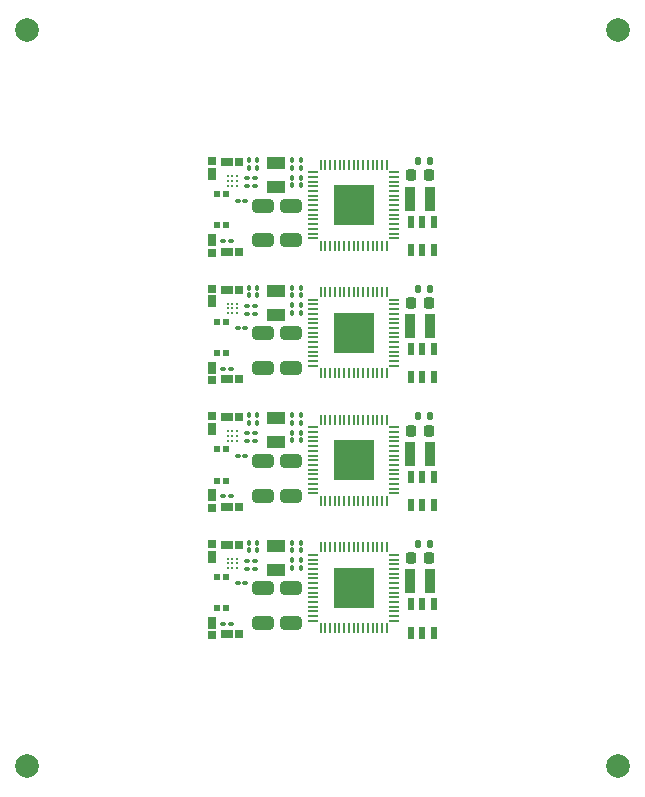
<source format=gts>
G04 #@! TF.GenerationSoftware,KiCad,Pcbnew,9.0.0*
G04 #@! TF.CreationDate,2025-03-07T21:29:55-05:00*
G04 #@! TF.ProjectId,rp2350-decoder,72703233-3530-42d6-9465-636f6465722e,v0.0.3*
G04 #@! TF.SameCoordinates,Original*
G04 #@! TF.FileFunction,Soldermask,Top*
G04 #@! TF.FilePolarity,Negative*
%FSLAX46Y46*%
G04 Gerber Fmt 4.6, Leading zero omitted, Abs format (unit mm)*
G04 Created by KiCad (PCBNEW 9.0.0) date 2025-03-07 21:29:55*
%MOMM*%
%LPD*%
G01*
G04 APERTURE LIST*
G04 Aperture macros list*
%AMRoundRect*
0 Rectangle with rounded corners*
0 $1 Rounding radius*
0 $2 $3 $4 $5 $6 $7 $8 $9 X,Y pos of 4 corners*
0 Add a 4 corners polygon primitive as box body*
4,1,4,$2,$3,$4,$5,$6,$7,$8,$9,$2,$3,0*
0 Add four circle primitives for the rounded corners*
1,1,$1+$1,$2,$3*
1,1,$1+$1,$4,$5*
1,1,$1+$1,$6,$7*
1,1,$1+$1,$8,$9*
0 Add four rect primitives between the rounded corners*
20,1,$1+$1,$2,$3,$4,$5,0*
20,1,$1+$1,$4,$5,$6,$7,0*
20,1,$1+$1,$6,$7,$8,$9,0*
20,1,$1+$1,$8,$9,$2,$3,0*%
G04 Aperture macros list end*
%ADD10R,1.600000X1.000000*%
%ADD11R,0.550000X0.550000*%
%ADD12R,0.800000X1.050000*%
%ADD13R,0.800000X0.650000*%
%ADD14RoundRect,0.100000X-0.100000X0.130000X-0.100000X-0.130000X0.100000X-0.130000X0.100000X0.130000X0*%
%ADD15R,0.950000X2.100000*%
%ADD16C,0.230000*%
%ADD17R,1.050000X0.800000*%
%ADD18R,0.650000X0.800000*%
%ADD19RoundRect,0.100000X0.100000X-0.130000X0.100000X0.130000X-0.100000X0.130000X-0.100000X-0.130000X0*%
%ADD20RoundRect,0.147500X0.147500X0.172500X-0.147500X0.172500X-0.147500X-0.172500X0.147500X-0.172500X0*%
%ADD21RoundRect,0.100000X-0.130000X-0.100000X0.130000X-0.100000X0.130000X0.100000X-0.130000X0.100000X0*%
%ADD22RoundRect,0.250000X-0.650000X0.325000X-0.650000X-0.325000X0.650000X-0.325000X0.650000X0.325000X0*%
%ADD23RoundRect,0.250000X0.650000X-0.325000X0.650000X0.325000X-0.650000X0.325000X-0.650000X-0.325000X0*%
%ADD24RoundRect,0.225000X-0.225000X-0.250000X0.225000X-0.250000X0.225000X0.250000X-0.225000X0.250000X0*%
%ADD25R,0.200000X0.880000*%
%ADD26R,0.880000X0.200000*%
%ADD27R,3.400000X3.400000*%
%ADD28R,0.550000X1.100000*%
%ADD29C,2.000000*%
G04 APERTURE END LIST*
D10*
G04 #@! TO.C,L2*
X31060000Y-15110000D03*
X31060000Y-17110000D03*
G04 #@! TD*
D11*
G04 #@! TO.C,SW1*
X26050000Y-20370000D03*
X26810000Y-20370000D03*
X26050000Y-17730000D03*
X26810000Y-17730000D03*
G04 #@! TD*
D12*
G04 #@! TO.C,D4*
X25660000Y-21600000D03*
D13*
X25660000Y-22660000D03*
G04 #@! TD*
D14*
G04 #@! TO.C,C14*
X32460000Y-47240000D03*
X32460000Y-47880000D03*
G04 #@! TD*
D15*
G04 #@! TO.C,L1*
X44107500Y-39710000D03*
X42432500Y-39710000D03*
G04 #@! TD*
D16*
G04 #@! TO.C,U5*
X26968733Y-16187200D03*
X27368733Y-16187200D03*
X27768733Y-16187200D03*
X26968733Y-16587200D03*
X27368733Y-16587200D03*
X27768733Y-16587200D03*
X26968733Y-16987200D03*
X27368733Y-16987200D03*
X27768733Y-16987200D03*
G04 #@! TD*
D17*
G04 #@! TO.C,D2*
X26880000Y-22590000D03*
D18*
X27940000Y-22590000D03*
G04 #@! TD*
D19*
G04 #@! TO.C,C19*
X29460000Y-26280000D03*
X29460000Y-25640000D03*
G04 #@! TD*
D12*
G04 #@! TO.C,D4*
X25660000Y-43200000D03*
D13*
X25660000Y-44260000D03*
G04 #@! TD*
D20*
G04 #@! TO.C,D7*
X44095000Y-14930000D03*
X43125000Y-14930000D03*
G04 #@! TD*
D10*
G04 #@! TO.C,L2*
X31060000Y-47510000D03*
X31060000Y-49510000D03*
G04 #@! TD*
D20*
G04 #@! TO.C,D7*
X44095000Y-36530000D03*
X43125000Y-36530000D03*
G04 #@! TD*
D11*
G04 #@! TO.C,SW1*
X26050000Y-52770000D03*
X26810000Y-52770000D03*
X26050000Y-50130000D03*
X26810000Y-50130000D03*
G04 #@! TD*
D21*
G04 #@! TO.C,R10*
X28620000Y-17050000D03*
X29260000Y-17050000D03*
G04 #@! TD*
D11*
G04 #@! TO.C,SW1*
X26050000Y-31170000D03*
X26810000Y-31170000D03*
X26050000Y-28530000D03*
X26810000Y-28530000D03*
G04 #@! TD*
D22*
G04 #@! TO.C,C8*
X29960000Y-18685000D03*
X29960000Y-21635000D03*
G04 #@! TD*
D23*
G04 #@! TO.C,C17*
X32340000Y-32435000D03*
X32340000Y-29485000D03*
G04 #@! TD*
G04 #@! TO.C,C17*
X32340000Y-21635000D03*
X32340000Y-18685000D03*
G04 #@! TD*
D10*
G04 #@! TO.C,L2*
X31060000Y-25910000D03*
X31060000Y-27910000D03*
G04 #@! TD*
D21*
G04 #@! TO.C,R9*
X28620000Y-37950000D03*
X29260000Y-37950000D03*
G04 #@! TD*
D24*
G04 #@! TO.C,C7*
X42475000Y-26930000D03*
X44025000Y-26930000D03*
G04 #@! TD*
D22*
G04 #@! TO.C,C8*
X29960000Y-29485000D03*
X29960000Y-32435000D03*
G04 #@! TD*
D19*
G04 #@! TO.C,C18*
X28760000Y-47880000D03*
X28760000Y-47240000D03*
G04 #@! TD*
G04 #@! TO.C,R14*
X33166559Y-15480022D03*
X33166559Y-14840022D03*
G04 #@! TD*
D15*
G04 #@! TO.C,L1*
X44107500Y-18110000D03*
X42432500Y-18110000D03*
G04 #@! TD*
D14*
G04 #@! TO.C,C10*
X33160000Y-27130000D03*
X33160000Y-27770000D03*
G04 #@! TD*
D25*
G04 #@! TO.C,U4*
X34840000Y-22090000D03*
X35240000Y-22090000D03*
X35640000Y-22090000D03*
X36040000Y-22090000D03*
X36440000Y-22090000D03*
X36840000Y-22090000D03*
X37240000Y-22090000D03*
X37640000Y-22090000D03*
X38040000Y-22090000D03*
X38440000Y-22090000D03*
X38840000Y-22090000D03*
X39240000Y-22090000D03*
X39640000Y-22090000D03*
X40040000Y-22090000D03*
X40440000Y-22090000D03*
D26*
X41080000Y-21450000D03*
X41080000Y-21050000D03*
X41080000Y-20650000D03*
X41080000Y-20250000D03*
X41080000Y-19850000D03*
X41080000Y-19450000D03*
X41080000Y-19050000D03*
X41080000Y-18650000D03*
X41080000Y-18250000D03*
X41080000Y-17850000D03*
X41080000Y-17450000D03*
X41080000Y-17050000D03*
X41080000Y-16650000D03*
X41080000Y-16250000D03*
X41080000Y-15850000D03*
D25*
X40440000Y-15210000D03*
X40050000Y-15210000D03*
X39650000Y-15210000D03*
X39250000Y-15210000D03*
X38850000Y-15210000D03*
X38450000Y-15210000D03*
X38050000Y-15210000D03*
X37650000Y-15210000D03*
X37250000Y-15210000D03*
X36850000Y-15210000D03*
X36450000Y-15210000D03*
X36050000Y-15210000D03*
X35650000Y-15210000D03*
X35250000Y-15210000D03*
X34850000Y-15210000D03*
D26*
X34200000Y-15850000D03*
X34200000Y-16250000D03*
X34200000Y-16650000D03*
X34200000Y-17050000D03*
X34200000Y-17450000D03*
X34200000Y-17850000D03*
X34200000Y-18250000D03*
X34200000Y-18650000D03*
X34200000Y-19050000D03*
X34200000Y-19450000D03*
X34200000Y-19850000D03*
X34200000Y-20250000D03*
X34200000Y-20650000D03*
X34200000Y-21050000D03*
X34200000Y-21450000D03*
D27*
X37640000Y-18650000D03*
G04 #@! TD*
D25*
G04 #@! TO.C,U4*
X34840000Y-43690000D03*
X35240000Y-43690000D03*
X35640000Y-43690000D03*
X36040000Y-43690000D03*
X36440000Y-43690000D03*
X36840000Y-43690000D03*
X37240000Y-43690000D03*
X37640000Y-43690000D03*
X38040000Y-43690000D03*
X38440000Y-43690000D03*
X38840000Y-43690000D03*
X39240000Y-43690000D03*
X39640000Y-43690000D03*
X40040000Y-43690000D03*
X40440000Y-43690000D03*
D26*
X41080000Y-43050000D03*
X41080000Y-42650000D03*
X41080000Y-42250000D03*
X41080000Y-41850000D03*
X41080000Y-41450000D03*
X41080000Y-41050000D03*
X41080000Y-40650000D03*
X41080000Y-40250000D03*
X41080000Y-39850000D03*
X41080000Y-39450000D03*
X41080000Y-39050000D03*
X41080000Y-38650000D03*
X41080000Y-38250000D03*
X41080000Y-37850000D03*
X41080000Y-37450000D03*
D25*
X40440000Y-36810000D03*
X40050000Y-36810000D03*
X39650000Y-36810000D03*
X39250000Y-36810000D03*
X38850000Y-36810000D03*
X38450000Y-36810000D03*
X38050000Y-36810000D03*
X37650000Y-36810000D03*
X37250000Y-36810000D03*
X36850000Y-36810000D03*
X36450000Y-36810000D03*
X36050000Y-36810000D03*
X35650000Y-36810000D03*
X35250000Y-36810000D03*
X34850000Y-36810000D03*
D26*
X34200000Y-37450000D03*
X34200000Y-37850000D03*
X34200000Y-38250000D03*
X34200000Y-38650000D03*
X34200000Y-39050000D03*
X34200000Y-39450000D03*
X34200000Y-39850000D03*
X34200000Y-40250000D03*
X34200000Y-40650000D03*
X34200000Y-41050000D03*
X34200000Y-41450000D03*
X34200000Y-41850000D03*
X34200000Y-42250000D03*
X34200000Y-42650000D03*
X34200000Y-43050000D03*
D27*
X37640000Y-40250000D03*
G04 #@! TD*
D12*
G04 #@! TO.C,D4*
X25660000Y-32400000D03*
D13*
X25660000Y-33460000D03*
G04 #@! TD*
D28*
G04 #@! TO.C,U2*
X42520000Y-22440000D03*
X43470000Y-22440000D03*
X44420000Y-22440000D03*
X44420000Y-20040000D03*
X43470000Y-20040000D03*
X42520000Y-20040000D03*
G04 #@! TD*
D19*
G04 #@! TO.C,C19*
X29460000Y-47880000D03*
X29460000Y-47240000D03*
G04 #@! TD*
D22*
G04 #@! TO.C,C8*
X29960000Y-51085000D03*
X29960000Y-54035000D03*
G04 #@! TD*
D21*
G04 #@! TO.C,R13*
X26590000Y-43290000D03*
X27230000Y-43290000D03*
G04 #@! TD*
D19*
G04 #@! TO.C,C9*
X32460000Y-16970000D03*
X32460000Y-16330000D03*
G04 #@! TD*
G04 #@! TO.C,C9*
X32460000Y-27770000D03*
X32460000Y-27130000D03*
G04 #@! TD*
D21*
G04 #@! TO.C,R11*
X27830000Y-18280000D03*
X28470000Y-18280000D03*
G04 #@! TD*
D14*
G04 #@! TO.C,C14*
X32460000Y-25640000D03*
X32460000Y-26280000D03*
G04 #@! TD*
D19*
G04 #@! TO.C,C9*
X32460000Y-49370000D03*
X32460000Y-48730000D03*
G04 #@! TD*
D14*
G04 #@! TO.C,C10*
X33160000Y-48730000D03*
X33160000Y-49370000D03*
G04 #@! TD*
D25*
G04 #@! TO.C,U4*
X34840000Y-32890000D03*
X35240000Y-32890000D03*
X35640000Y-32890000D03*
X36040000Y-32890000D03*
X36440000Y-32890000D03*
X36840000Y-32890000D03*
X37240000Y-32890000D03*
X37640000Y-32890000D03*
X38040000Y-32890000D03*
X38440000Y-32890000D03*
X38840000Y-32890000D03*
X39240000Y-32890000D03*
X39640000Y-32890000D03*
X40040000Y-32890000D03*
X40440000Y-32890000D03*
D26*
X41080000Y-32250000D03*
X41080000Y-31850000D03*
X41080000Y-31450000D03*
X41080000Y-31050000D03*
X41080000Y-30650000D03*
X41080000Y-30250000D03*
X41080000Y-29850000D03*
X41080000Y-29450000D03*
X41080000Y-29050000D03*
X41080000Y-28650000D03*
X41080000Y-28250000D03*
X41080000Y-27850000D03*
X41080000Y-27450000D03*
X41080000Y-27050000D03*
X41080000Y-26650000D03*
D25*
X40440000Y-26010000D03*
X40050000Y-26010000D03*
X39650000Y-26010000D03*
X39250000Y-26010000D03*
X38850000Y-26010000D03*
X38450000Y-26010000D03*
X38050000Y-26010000D03*
X37650000Y-26010000D03*
X37250000Y-26010000D03*
X36850000Y-26010000D03*
X36450000Y-26010000D03*
X36050000Y-26010000D03*
X35650000Y-26010000D03*
X35250000Y-26010000D03*
X34850000Y-26010000D03*
D26*
X34200000Y-26650000D03*
X34200000Y-27050000D03*
X34200000Y-27450000D03*
X34200000Y-27850000D03*
X34200000Y-28250000D03*
X34200000Y-28650000D03*
X34200000Y-29050000D03*
X34200000Y-29450000D03*
X34200000Y-29850000D03*
X34200000Y-30250000D03*
X34200000Y-30650000D03*
X34200000Y-31050000D03*
X34200000Y-31450000D03*
X34200000Y-31850000D03*
X34200000Y-32250000D03*
D27*
X37640000Y-29450000D03*
G04 #@! TD*
D19*
G04 #@! TO.C,C18*
X28760000Y-26280000D03*
X28760000Y-25640000D03*
G04 #@! TD*
D29*
G04 #@! TO.C,KiKit_FID_T_4*
X60000000Y-66150000D03*
G04 #@! TD*
D19*
G04 #@! TO.C,C18*
X28760000Y-15480000D03*
X28760000Y-14840000D03*
G04 #@! TD*
D21*
G04 #@! TO.C,R13*
X26590000Y-54090000D03*
X27230000Y-54090000D03*
G04 #@! TD*
D15*
G04 #@! TO.C,L1*
X44107500Y-28910000D03*
X42432500Y-28910000D03*
G04 #@! TD*
D12*
G04 #@! TO.C,D4*
X25660000Y-54000000D03*
D13*
X25660000Y-55060000D03*
G04 #@! TD*
D16*
G04 #@! TO.C,U5*
X26968733Y-48587200D03*
X27368733Y-48587200D03*
X27768733Y-48587200D03*
X26968733Y-48987200D03*
X27368733Y-48987200D03*
X27768733Y-48987200D03*
X26968733Y-49387200D03*
X27368733Y-49387200D03*
X27768733Y-49387200D03*
G04 #@! TD*
D19*
G04 #@! TO.C,R14*
X33166559Y-47880022D03*
X33166559Y-47240022D03*
G04 #@! TD*
D16*
G04 #@! TO.C,U5*
X26968733Y-26987200D03*
X27368733Y-26987200D03*
X27768733Y-26987200D03*
X26968733Y-27387200D03*
X27368733Y-27387200D03*
X27768733Y-27387200D03*
X26968733Y-27787200D03*
X27368733Y-27787200D03*
X27768733Y-27787200D03*
G04 #@! TD*
G04 #@! TO.C,U5*
X26968733Y-37787200D03*
X27368733Y-37787200D03*
X27768733Y-37787200D03*
X26968733Y-38187200D03*
X27368733Y-38187200D03*
X27768733Y-38187200D03*
X26968733Y-38587200D03*
X27368733Y-38587200D03*
X27768733Y-38587200D03*
G04 #@! TD*
D21*
G04 #@! TO.C,R11*
X27830000Y-50680000D03*
X28470000Y-50680000D03*
G04 #@! TD*
G04 #@! TO.C,R10*
X28620000Y-38650000D03*
X29260000Y-38650000D03*
G04 #@! TD*
G04 #@! TO.C,R9*
X28620000Y-16350000D03*
X29260000Y-16350000D03*
G04 #@! TD*
D19*
G04 #@! TO.C,C19*
X29460000Y-15480000D03*
X29460000Y-14840000D03*
G04 #@! TD*
G04 #@! TO.C,C18*
X28760000Y-37080000D03*
X28760000Y-36440000D03*
G04 #@! TD*
G04 #@! TO.C,R14*
X33166559Y-37080022D03*
X33166559Y-36440022D03*
G04 #@! TD*
D28*
G04 #@! TO.C,U2*
X42520000Y-33240000D03*
X43470000Y-33240000D03*
X44420000Y-33240000D03*
X44420000Y-30840000D03*
X43470000Y-30840000D03*
X42520000Y-30840000D03*
G04 #@! TD*
D24*
G04 #@! TO.C,C7*
X42475000Y-16130000D03*
X44025000Y-16130000D03*
G04 #@! TD*
D21*
G04 #@! TO.C,R10*
X28620000Y-27850000D03*
X29260000Y-27850000D03*
G04 #@! TD*
D28*
G04 #@! TO.C,U2*
X42520000Y-44040000D03*
X43470000Y-44040000D03*
X44420000Y-44040000D03*
X44420000Y-41640000D03*
X43470000Y-41640000D03*
X42520000Y-41640000D03*
G04 #@! TD*
D17*
G04 #@! TO.C,D1*
X26880000Y-47420000D03*
D18*
X27940000Y-47420000D03*
G04 #@! TD*
D15*
G04 #@! TO.C,L1*
X44107500Y-50510000D03*
X42432500Y-50510000D03*
G04 #@! TD*
D17*
G04 #@! TO.C,D2*
X26880000Y-54990000D03*
D18*
X27940000Y-54990000D03*
G04 #@! TD*
D11*
G04 #@! TO.C,SW1*
X26050000Y-41970000D03*
X26810000Y-41970000D03*
X26050000Y-39330000D03*
X26810000Y-39330000D03*
G04 #@! TD*
D14*
G04 #@! TO.C,C14*
X32460000Y-36440000D03*
X32460000Y-37080000D03*
G04 #@! TD*
D20*
G04 #@! TO.C,D7*
X44095000Y-25730000D03*
X43125000Y-25730000D03*
G04 #@! TD*
D17*
G04 #@! TO.C,D1*
X26880000Y-25820000D03*
D18*
X27940000Y-25820000D03*
G04 #@! TD*
D29*
G04 #@! TO.C,KiKit_FID_T_3*
X10000000Y-66150000D03*
G04 #@! TD*
D21*
G04 #@! TO.C,R11*
X27830000Y-29080000D03*
X28470000Y-29080000D03*
G04 #@! TD*
G04 #@! TO.C,R9*
X28620000Y-27150000D03*
X29260000Y-27150000D03*
G04 #@! TD*
D24*
G04 #@! TO.C,C7*
X42475000Y-48530000D03*
X44025000Y-48530000D03*
G04 #@! TD*
D21*
G04 #@! TO.C,R9*
X28620000Y-48750000D03*
X29260000Y-48750000D03*
G04 #@! TD*
D12*
G04 #@! TO.C,D3*
X25660000Y-48400000D03*
D13*
X25660000Y-47340000D03*
G04 #@! TD*
D23*
G04 #@! TO.C,C17*
X32340000Y-54035000D03*
X32340000Y-51085000D03*
G04 #@! TD*
D29*
G04 #@! TO.C,KiKit_FID_T_1*
X10000000Y-3850000D03*
G04 #@! TD*
D21*
G04 #@! TO.C,R13*
X26590000Y-21690000D03*
X27230000Y-21690000D03*
G04 #@! TD*
D22*
G04 #@! TO.C,C8*
X29960000Y-40285000D03*
X29960000Y-43235000D03*
G04 #@! TD*
D17*
G04 #@! TO.C,D1*
X26880000Y-36620000D03*
D18*
X27940000Y-36620000D03*
G04 #@! TD*
D19*
G04 #@! TO.C,C19*
X29460000Y-37080000D03*
X29460000Y-36440000D03*
G04 #@! TD*
D25*
G04 #@! TO.C,U4*
X34840000Y-54490000D03*
X35240000Y-54490000D03*
X35640000Y-54490000D03*
X36040000Y-54490000D03*
X36440000Y-54490000D03*
X36840000Y-54490000D03*
X37240000Y-54490000D03*
X37640000Y-54490000D03*
X38040000Y-54490000D03*
X38440000Y-54490000D03*
X38840000Y-54490000D03*
X39240000Y-54490000D03*
X39640000Y-54490000D03*
X40040000Y-54490000D03*
X40440000Y-54490000D03*
D26*
X41080000Y-53850000D03*
X41080000Y-53450000D03*
X41080000Y-53050000D03*
X41080000Y-52650000D03*
X41080000Y-52250000D03*
X41080000Y-51850000D03*
X41080000Y-51450000D03*
X41080000Y-51050000D03*
X41080000Y-50650000D03*
X41080000Y-50250000D03*
X41080000Y-49850000D03*
X41080000Y-49450000D03*
X41080000Y-49050000D03*
X41080000Y-48650000D03*
X41080000Y-48250000D03*
D25*
X40440000Y-47610000D03*
X40050000Y-47610000D03*
X39650000Y-47610000D03*
X39250000Y-47610000D03*
X38850000Y-47610000D03*
X38450000Y-47610000D03*
X38050000Y-47610000D03*
X37650000Y-47610000D03*
X37250000Y-47610000D03*
X36850000Y-47610000D03*
X36450000Y-47610000D03*
X36050000Y-47610000D03*
X35650000Y-47610000D03*
X35250000Y-47610000D03*
X34850000Y-47610000D03*
D26*
X34200000Y-48250000D03*
X34200000Y-48650000D03*
X34200000Y-49050000D03*
X34200000Y-49450000D03*
X34200000Y-49850000D03*
X34200000Y-50250000D03*
X34200000Y-50650000D03*
X34200000Y-51050000D03*
X34200000Y-51450000D03*
X34200000Y-51850000D03*
X34200000Y-52250000D03*
X34200000Y-52650000D03*
X34200000Y-53050000D03*
X34200000Y-53450000D03*
X34200000Y-53850000D03*
D27*
X37640000Y-51050000D03*
G04 #@! TD*
D24*
G04 #@! TO.C,C7*
X42475000Y-37730000D03*
X44025000Y-37730000D03*
G04 #@! TD*
D23*
G04 #@! TO.C,C17*
X32340000Y-43235000D03*
X32340000Y-40285000D03*
G04 #@! TD*
D29*
G04 #@! TO.C,KiKit_FID_T_2*
X60000000Y-3850000D03*
G04 #@! TD*
D12*
G04 #@! TO.C,D3*
X25660000Y-16000000D03*
D13*
X25660000Y-14940000D03*
G04 #@! TD*
D10*
G04 #@! TO.C,L2*
X31060000Y-36710000D03*
X31060000Y-38710000D03*
G04 #@! TD*
D14*
G04 #@! TO.C,C10*
X33160000Y-37930000D03*
X33160000Y-38570000D03*
G04 #@! TD*
D21*
G04 #@! TO.C,R10*
X28620000Y-49450000D03*
X29260000Y-49450000D03*
G04 #@! TD*
G04 #@! TO.C,R13*
X26590000Y-32490000D03*
X27230000Y-32490000D03*
G04 #@! TD*
D17*
G04 #@! TO.C,D2*
X26880000Y-44190000D03*
D18*
X27940000Y-44190000D03*
G04 #@! TD*
D12*
G04 #@! TO.C,D3*
X25660000Y-26800000D03*
D13*
X25660000Y-25740000D03*
G04 #@! TD*
D17*
G04 #@! TO.C,D2*
X26880000Y-33390000D03*
D18*
X27940000Y-33390000D03*
G04 #@! TD*
D19*
G04 #@! TO.C,C9*
X32460000Y-38570000D03*
X32460000Y-37930000D03*
G04 #@! TD*
D21*
G04 #@! TO.C,R11*
X27830000Y-39880000D03*
X28470000Y-39880000D03*
G04 #@! TD*
D14*
G04 #@! TO.C,C14*
X32460000Y-14840000D03*
X32460000Y-15480000D03*
G04 #@! TD*
D28*
G04 #@! TO.C,U2*
X42520000Y-54840000D03*
X43470000Y-54840000D03*
X44420000Y-54840000D03*
X44420000Y-52440000D03*
X43470000Y-52440000D03*
X42520000Y-52440000D03*
G04 #@! TD*
D12*
G04 #@! TO.C,D3*
X25660000Y-37600000D03*
D13*
X25660000Y-36540000D03*
G04 #@! TD*
D20*
G04 #@! TO.C,D7*
X44095000Y-47330000D03*
X43125000Y-47330000D03*
G04 #@! TD*
D17*
G04 #@! TO.C,D1*
X26880000Y-15020000D03*
D18*
X27940000Y-15020000D03*
G04 #@! TD*
D19*
G04 #@! TO.C,R14*
X33166559Y-26280022D03*
X33166559Y-25640022D03*
G04 #@! TD*
D14*
G04 #@! TO.C,C10*
X33160000Y-16330000D03*
X33160000Y-16970000D03*
G04 #@! TD*
M02*

</source>
